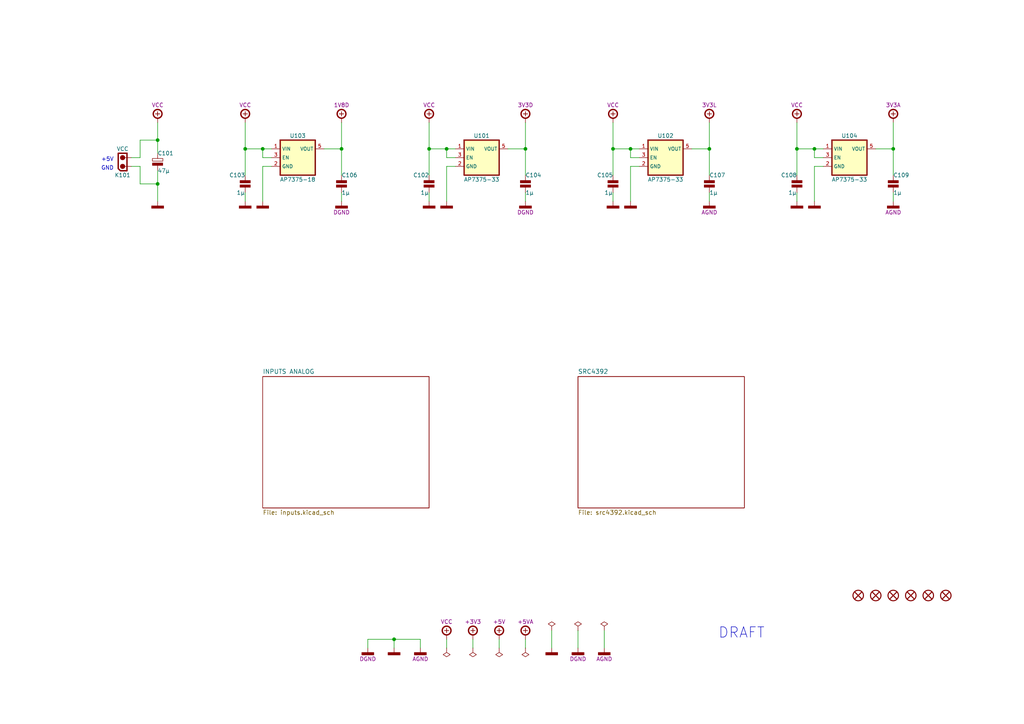
<source format=kicad_sch>
(kicad_sch (version 20230121) (generator eeschema)
  (paper "A4")
  (title_block (title "ROOT") (date "01/2023") (rev "A") (comment 1 "SRC4392"))
  (lib_symbols
    (symbol "tronixio:CAPACITOR-1206-1U-10P-X7R" (pin_numbers hide) (pin_names (offset 0) hide)
      (property "Reference" "C" (at 1 2.54 0))
      (property "Value" "CAPACITOR-1206-1U-10P-X7R" (at 1 -2.54 0))
      (symbol "CAPACITOR-1206-1U-10P-X7R_0_1"
        (rectangle (start -1.524 -0.254) (end 1.524 -1.016) (stroke (width 0.001)) (fill (type outline)))
        (rectangle (start -1.524 1.016) (end 1.524 0.254) (stroke (width 0.001)) (fill (type outline)))
      )
      (symbol "CAPACITOR-1206-1U-10P-X7R_1_1"
        (pin passive line (at 0 2.54 270) (length 1.905) (name "~") (number "1"))
        (pin passive line (at 0 -2.54 90) (length 1.905) (name "~") (number "2"))
      )
    )
    (symbol "tronixio:DIODES-AP7375-18-SOT25" (pin_names (offset 0.5))
      (property "Reference" "U" (at 7.62 3.81 0))
      (property "Value" "DIODES-AP7375-18-SOT25" (at 7.62 -8.89 0))
      (symbol "DIODES-AP7375-18-SOT25_0_1"
        (rectangle (start 2.54 2.54) (end 12.7 -7.62) (stroke (width 0.4)) (fill (type background)))
      )
      (symbol "DIODES-AP7375-18-SOT25_1_1"
        (pin power_in line (at 0 0 0) (length 2.54) (name "VIN") (number "1"))
        (pin power_in line (at 0 -5.08 0) (length 2.54) (name "GND") (number "2"))
        (pin input line (at 0 -2.54 0) (length 2.54) (name "EN") (number "3"))
        (pin no_connect line (at 15.24 -5.08 180) (length 2.54) hide (name "NC") (number "4"))
        (pin power_out line (at 15.24 0 180) (length 2.54) (name "VOUT") (number "5"))
      )
    )
    (symbol "tronixio:DIODES-AP7375-33-SOT25" (pin_names (offset 0.5))
      (property "Reference" "U" (at 7.62 3.81 0))
      (property "Value" "DIODES-AP7375-33-SOT25" (at 7.62 -8.89 0))
      (symbol "DIODES-AP7375-33-SOT25_0_1"
        (rectangle (start 2.54 2.54) (end 12.7 -7.62) (stroke (width 0.4)) (fill (type background)))
      )
      (symbol "DIODES-AP7375-33-SOT25_1_1"
        (pin power_in line (at 0 0 0) (length 2.54) (name "VIN") (number "1"))
        (pin power_in line (at 0 -5.08 0) (length 2.54) (name "GND") (number "2"))
        (pin input line (at 0 -2.54 0) (length 2.54) (name "EN") (number "3"))
        (pin no_connect line (at 15.24 -5.08 180) (length 2.54) hide (name "NC") (number "4"))
        (pin power_out line (at 15.24 0 180) (length 2.54) (name "VOUT") (number "5"))
      )
    )
    (symbol "tronixio:MOLEX-MIGHTY-SPOX-02-VERTICAL" (pin_numbers hide) (pin_names (offset 0) hide)
      (property "Reference" "K" (at 0 2.54 0))
      (property "Value" "MOLEX-MIGHTY-SPOX-02-VERTICAL" (at 0 -5.08 0))
      (symbol "MOLEX-MIGHTY-SPOX-02-VERTICAL_0_1"
        (circle (center 0 -2.54) (radius 0.635) (stroke (width 0.2)) (fill (type outline)))
        (polyline (pts (xy -1.27 -3.81) (xy 1.27 -3.81) (xy 1.27 0.635) (xy 0.635 1.27) (xy -1.27 1.27) (xy -1.27 -3.81)) (stroke (width 0.4)))
        (circle (center 0 0) (radius 0.635) (stroke (width 0.2)) (fill (type outline)))
      )
      (symbol "MOLEX-MIGHTY-SPOX-02-VERTICAL_1_1"
        (pin passive line (at -2.54 0 0) (length 1.905) (name "1") (number "1"))
        (pin passive line (at -2.54 -2.54 0) (length 1.905) (name "2") (number "2"))
      )
    )
    (symbol "tronixio:MOUNTING-HOLE-3MM-MASK" (pin_numbers hide) (pin_names (offset 0) hide)
      (symbol "MOUNTING-HOLE-3MM-MASK_0_1"
        (polyline (pts (xy -1.016 -1.016) (xy 1.016 1.016)) (stroke (width 0.3)))
        (polyline (pts (xy 1.016 -1.016) (xy -1.016 1.016)) (stroke (width 0.3)))
        (circle (center 0 0) (radius 1.524) (stroke (width 0.3)))
      )
    )
    (symbol "tronixio:POWER-+1V8D" (power) (pin_numbers hide) (pin_names (offset 0) hide)
      (property "Name" "1V8D" (at 0 5.08 0))
      (symbol "POWER-+1V8D_0_1"
        (polyline (pts (xy -0.635 2.54) (xy 0.635 2.54)) (stroke (width 0.2)))
        (polyline (pts (xy 0 1.905) (xy 0 3.175)) (stroke (width 0.2)))
        (circle (center 0 2.54) (radius 1.27) (stroke (width 0.4)))
      )
      (symbol "POWER-+1V8D_1_1"
        (pin power_in line (at 0 0 90) (length 1.27) (name "+1V8D") (number "1"))
      )
    )
    (symbol "tronixio:POWER-+3V3" (power) (pin_numbers hide) (pin_names (offset 0) hide)
      (property "Name" "+3V3" (at 0 5.08 0))
      (symbol "POWER-+3V3_0_1"
        (polyline (pts (xy -0.635 2.54) (xy 0.635 2.54)) (stroke (width 0.2)))
        (polyline (pts (xy 0 1.905) (xy 0 3.175)) (stroke (width 0.2)))
        (circle (center 0 2.54) (radius 1.27) (stroke (width 0.4)))
      )
      (symbol "POWER-+3V3_1_1"
        (pin power_in line (at 0 0 90) (length 1.27) (name "+3V3") (number "1"))
      )
    )
    (symbol "tronixio:POWER-+3V3A" (power) (pin_numbers hide) (pin_names (offset 0) hide)
      (property "Name" "3V3A" (at 0 5.08 0))
      (symbol "POWER-+3V3A_0_1"
        (polyline (pts (xy -0.635 2.54) (xy 0.635 2.54)) (stroke (width 0.2)))
        (polyline (pts (xy 0 1.905) (xy 0 3.175)) (stroke (width 0.2)))
        (circle (center 0 2.54) (radius 1.27) (stroke (width 0.4)))
      )
      (symbol "POWER-+3V3A_1_1"
        (pin power_in line (at 0 0 90) (length 1.27) (name "+3V3A") (number "1"))
      )
    )
    (symbol "tronixio:POWER-+3V3D" (power) (pin_numbers hide) (pin_names (offset 0) hide)
      (property "Name" "3V3D" (at 0 5.08 0))
      (symbol "POWER-+3V3D_0_1"
        (polyline (pts (xy -0.635 2.54) (xy 0.635 2.54)) (stroke (width 0.2)))
        (polyline (pts (xy 0 1.905) (xy 0 3.175)) (stroke (width 0.2)))
        (circle (center 0 2.54) (radius 1.27) (stroke (width 0.4)))
      )
      (symbol "POWER-+3V3D_1_1"
        (pin power_in line (at 0 0 90) (length 1.27) (name "+3V3D") (number "1"))
      )
    )
    (symbol "tronixio:POWER-+3V3L" (power) (pin_numbers hide) (pin_names (offset 0) hide)
      (property "Name" "3V3L" (at 0 5.08 0))
      (symbol "POWER-+3V3L_0_1"
        (polyline (pts (xy -0.635 2.54) (xy 0.635 2.54)) (stroke (width 0.2)))
        (polyline (pts (xy 0 1.905) (xy 0 3.175)) (stroke (width 0.2)))
        (circle (center 0 2.54) (radius 1.27) (stroke (width 0.4)))
      )
      (symbol "POWER-+3V3L_1_1"
        (pin power_in line (at 0 0 90) (length 1.27) (name "+3V3L") (number "1"))
      )
    )
    (symbol "tronixio:POWER-+5V" (power) (pin_numbers hide) (pin_names (offset 0) hide)
      (property "Name" "+5V" (at 0 5.08 0))
      (symbol "POWER-+5V_0_1"
        (polyline (pts (xy -0.635 2.54) (xy 0.635 2.54)) (stroke (width 0.2)))
        (polyline (pts (xy 0 1.905) (xy 0 3.175)) (stroke (width 0.2)))
        (circle (center 0 2.54) (radius 1.27) (stroke (width 0.4)))
      )
      (symbol "POWER-+5V_1_1"
        (pin power_in line (at 0 0 90) (length 1.27) (name "+5V") (number "1"))
      )
    )
    (symbol "tronixio:POWER-+5VA" (power) (pin_numbers hide) (pin_names (offset 0) hide)
      (property "Name" "+5VA" (at 0 5.08 0))
      (symbol "POWER-+5VA_0_1"
        (polyline (pts (xy -0.635 2.54) (xy 0.635 2.54)) (stroke (width 0.2)))
        (polyline (pts (xy 0 1.905) (xy 0 3.175)) (stroke (width 0.2)))
        (circle (center 0 2.54) (radius 1.27) (stroke (width 0.4)))
      )
      (symbol "POWER-+5VA_1_1"
        (pin power_in line (at 0 0 90) (length 1.27) (name "+5VA") (number "1"))
      )
    )
    (symbol "tronixio:POWER-AGND" (power) (pin_numbers hide) (pin_names (offset 0) hide)
      (property "Name" "AGND" (at 0 -3.175 0))
      (symbol "POWER-AGND_0_1"
        (rectangle (start -1.778 -2.032) (end 1.778 -1.27) (stroke (width 0.001)) (fill (type outline)))
      )
      (symbol "POWER-AGND_1_1"
        (pin power_in line (at 0 0 270) (length 1.27) (name "AGND") (number "1"))
      )
    )
    (symbol "tronixio:POWER-DGND" (power) (pin_numbers hide) (pin_names (offset 0) hide)
      (property "Name" "DGND" (at 0 -3.175 0))
      (symbol "POWER-DGND_0_1"
        (rectangle (start -1.778 -2.032) (end 1.778 -1.27) (stroke (width 0.001)) (fill (type outline)))
      )
      (symbol "POWER-DGND_1_1"
        (pin power_in line (at 0 0 270) (length 1.27) (name "DGND") (number "1"))
      )
    )
    (symbol "tronixio:POWER-FLAG" (power) (pin_numbers hide) (pin_names (offset 0) hide)
      (symbol "POWER-FLAG_0_0"
        (pin power_out line (at 0 0 90) (length 0) (name "pwr") (number "1"))
      )
      (symbol "POWER-FLAG_0_1"
        (polyline (pts (xy 0 0) (xy 0 1.27) (xy -1.016 1.905) (xy 0 2.54) (xy 1.016 1.905) (xy 0 1.27)))
      )
    )
    (symbol "tronixio:POWER-GND" (power) (pin_numbers hide) (pin_names (offset 0) hide)
      (symbol "POWER-GND_0_1"
        (rectangle (start -1.778 -2.032) (end 1.778 -1.27) (stroke (width 0.001)) (fill (type outline)))
      )
      (symbol "POWER-GND_1_1"
        (pin power_in line (at 0 0 270) (length 1.27) (name "GND") (number "1"))
      )
    )
    (symbol "tronixio:POWER-VCC" (power) (pin_numbers hide) (pin_names (offset 0) hide)
      (property "Name" "VCC" (at 0 5.08 0))
      (symbol "POWER-VCC_0_1"
        (polyline (pts (xy -0.635 2.54) (xy 0.635 2.54)) (stroke (width 0.2)))
        (polyline (pts (xy 0 1.905) (xy 0 3.175)) (stroke (width 0.2)))
        (circle (center 0 2.54) (radius 1.27) (stroke (width 0.4)))
      )
      (symbol "POWER-VCC_1_1"
        (pin power_in line (at 0 0 90) (length 1.27) (name "VCC") (number "1"))
      )
    )
    (symbol "tronixio:WURTH-WCAP-AT1H-47U-35V" (pin_numbers hide) (pin_names (offset 0) hide)
      (property "Reference" "C" (at 1.27 2.54 0))
      (property "Value" "WURTH-WCAP-AT1H-47U-35V" (at 1.27 -2.54 0))
      (symbol "WURTH-WCAP-AT1H-47U-35V_0_1"
        (rectangle (start -1.524 -0.254) (end 1.524 -1.016) (stroke (width 0.001)) (fill (type outline)))
        (rectangle (start -1.524 1.016) (end 1.524 0.254) (stroke (width 0.1524)))
      )
      (symbol "WURTH-WCAP-AT1H-47U-35V_1_1"
        (pin passive line (at 0 2.54 270) (length 1.5) (name "~") (number "1"))
        (pin passive line (at 0 -2.54 90) (length 1.905) (name "~") (number "2"))
      )
    )
  )
  (junction (at 71.12 43.18))
  (junction (at 182.88 43.18))
  (junction (at 114.3 185.42))
  (junction (at 259.08 43.18))
  (junction (at 99.06 43.18))
  (junction (at 76.2 43.18))
  (junction (at 129.54 43.18))
  (junction (at 45.72 40.64))
  (junction (at 124.46 43.18))
  (junction (at 45.72 53.34))
  (junction (at 231.14 43.18))
  (junction (at 236.22 43.18))
  (junction (at 205.74 43.18))
  (junction (at 177.8 43.18))
  (junction (at 152.4 43.18))
  (wire (pts (xy 254 43.18) (xy 259.08 43.18)))
  (wire (pts (xy 182.88 43.18) (xy 182.88 45.72)))
  (wire (pts (xy 71.12 35.56) (xy 71.12 43.18)))
  (wire (pts (xy 38.1 48.26) (xy 40.64 48.26)))
  (wire (pts (xy 236.22 43.18) (xy 238.76 43.18)))
  (wire (pts (xy 177.8 55.88) (xy 177.8 58.42)))
  (wire (pts (xy 124.46 43.18) (xy 124.46 50.8)))
  (wire (pts (xy 106.68 185.42) (xy 114.3 185.42)))
  (wire (pts (xy 45.72 53.34) (xy 45.72 49.53)))
  (wire (pts (xy 147.32 43.18) (xy 152.4 43.18)))
  (wire (pts (xy 231.14 43.18) (xy 236.22 43.18)))
  (wire (pts (xy 205.74 43.18) (xy 205.74 50.8)))
  (wire (pts (xy 40.64 40.64) (xy 40.64 45.72)))
  (wire (pts (xy 231.14 35.56) (xy 231.14 43.18)))
  (wire (pts (xy 238.76 45.72) (xy 236.22 45.72)))
  (wire (pts (xy 106.68 185.42) (xy 106.68 187.96)))
  (wire (pts (xy 99.06 58.42) (xy 99.06 55.88)))
  (wire (pts (xy 99.06 35.56) (xy 99.06 43.18)))
  (wire (pts (xy 121.92 185.42) (xy 121.92 187.96)))
  (wire (pts (xy 177.8 35.56) (xy 177.8 43.18)))
  (wire (pts (xy 182.88 43.18) (xy 185.42 43.18)))
  (wire (pts (xy 185.42 48.26) (xy 182.88 48.26)))
  (wire (pts (xy 93.98 43.18) (xy 99.06 43.18)))
  (wire (pts (xy 124.46 35.56) (xy 124.46 43.18)))
  (wire (pts (xy 152.4 58.42) (xy 152.4 55.88)))
  (wire (pts (xy 40.64 40.64) (xy 45.72 40.64)))
  (wire (pts (xy 45.72 40.64) (xy 45.72 44.45)))
  (wire (pts (xy 231.14 55.88) (xy 231.14 58.42)))
  (wire (pts (xy 71.12 55.88) (xy 71.12 58.42)))
  (wire (pts (xy 45.72 58.42) (xy 45.72 53.34)))
  (wire (pts (xy 132.08 48.26) (xy 129.54 48.26)))
  (wire (pts (xy 160.02 182.88) (xy 160.02 187.96)))
  (wire (pts (xy 40.64 48.26) (xy 40.64 53.34)))
  (wire (pts (xy 114.3 185.42) (xy 114.3 187.96)))
  (wire (pts (xy 76.2 43.18) (xy 76.2 45.72)))
  (wire (pts (xy 152.4 43.18) (xy 152.4 50.8)))
  (wire (pts (xy 78.74 45.72) (xy 76.2 45.72)))
  (wire (pts (xy 144.78 185.42) (xy 144.78 187.96)))
  (wire (pts (xy 259.08 58.42) (xy 259.08 55.88)))
  (wire (pts (xy 129.54 43.18) (xy 129.54 45.72)))
  (wire (pts (xy 124.46 55.88) (xy 124.46 58.42)))
  (wire (pts (xy 182.88 48.26) (xy 182.88 58.42)))
  (wire (pts (xy 231.14 43.18) (xy 231.14 50.8)))
  (wire (pts (xy 238.76 48.26) (xy 236.22 48.26)))
  (wire (pts (xy 205.74 58.42) (xy 205.74 55.88)))
  (wire (pts (xy 205.74 35.56) (xy 205.74 43.18)))
  (wire (pts (xy 71.12 43.18) (xy 71.12 50.8)))
  (wire (pts (xy 152.4 185.42) (xy 152.4 187.96)))
  (wire (pts (xy 185.42 45.72) (xy 182.88 45.72)))
  (wire (pts (xy 71.12 43.18) (xy 76.2 43.18)))
  (wire (pts (xy 129.54 48.26) (xy 129.54 58.42)))
  (wire (pts (xy 132.08 45.72) (xy 129.54 45.72)))
  (wire (pts (xy 129.54 187.96) (xy 129.54 185.42)))
  (wire (pts (xy 152.4 35.56) (xy 152.4 43.18)))
  (wire (pts (xy 200.66 43.18) (xy 205.74 43.18)))
  (wire (pts (xy 114.3 185.42) (xy 121.92 185.42)))
  (wire (pts (xy 259.08 43.18) (xy 259.08 50.8)))
  (wire (pts (xy 76.2 48.26) (xy 76.2 58.42)))
  (wire (pts (xy 259.08 35.56) (xy 259.08 43.18)))
  (wire (pts (xy 38.1 45.72) (xy 40.64 45.72)))
  (wire (pts (xy 236.22 43.18) (xy 236.22 45.72)))
  (wire (pts (xy 76.2 43.18) (xy 78.74 43.18)))
  (wire (pts (xy 175.26 182.88) (xy 175.26 187.96)))
  (wire (pts (xy 177.8 43.18) (xy 182.88 43.18)))
  (wire (pts (xy 137.16 185.42) (xy 137.16 187.96)))
  (wire (pts (xy 45.72 35.56) (xy 45.72 40.64)))
  (wire (pts (xy 167.64 182.88) (xy 167.64 187.96)))
  (wire (pts (xy 78.74 48.26) (xy 76.2 48.26)))
  (wire (pts (xy 40.64 53.34) (xy 45.72 53.34)))
  (wire (pts (xy 129.54 43.18) (xy 132.08 43.18)))
  (wire (pts (xy 124.46 43.18) (xy 129.54 43.18)))
  (wire (pts (xy 177.8 43.18) (xy 177.8 50.8)))
  (wire (pts (xy 99.06 43.18) (xy 99.06 50.8)))
  (wire (pts (xy 236.22 48.26) (xy 236.22 58.42)))
  (text "GND" (at 33.02 49.53 0) (effects (font (size 1.15 1.15)) (justify right bottom)))
  (text "DRAFT" (at 208.28 185.42 0) (effects (font (size 3 3)) (justify left bottom)))
  (text "+5V" (at 33.02 46.99 0) (effects (font (size 1.15 1.15)) (justify right bottom)))
  (symbol (lib_id "tronixio:POWER-GND") (at 129.54 58.42 0) (unit 1)
    (property "Reference" "#PWR0108" (effects hide))
    (property "Value" "POWER-GND" (effects hide))
  )
  (symbol (lib_id "tronixio:DIODES-AP7375-33-SOT25") (at 185.42 43.18 0) (unit 1)
    (property "Reference" "U102" (at 193.04 39.37 0) (effects (font (size 1.15 1.15))))
    (property "Value" "AP7375-33" (at 193.04 52.07 0) (effects (font (size 1.15 1.15))))
    (property "Footprint" "tronixio:SOT25" (effects hide))
    (property "Datasheet" "https://www.diodes.com/assets/Datasheets/AP7375.pdf" (effects hide))
    (property "Mouser" "621-AP7375-33W5-7" (effects hide))
  )
  (symbol (lib_id "tronixio:POWER-+3V3D") (at 152.4 35.56 0) (unit 1)
    (property "Reference" "#PWR0115" (effects hide))
    (property "Value" "POWER-+3V3D" (effects hide))
    (property "Name" "3V3D" (at 152.4 30.48 0) (effects (font (size 1.15 1.15))))
  )
  (symbol (lib_id "tronixio:POWER-+5V") (at 144.78 185.42 0) (unit 1)
    (property "Reference" "#PWR0114" (effects hide))
    (property "Value" "POWER-+5V" (effects hide))
    (property "Name" "+5V" (at 144.78 180.34 0) (effects (font (size 1.15 1.15))))
  )
  (symbol (lib_id "tronixio:POWER-DGND") (at 99.06 58.42 0) (unit 1)
    (property "Reference" "#PWR0120" (effects hide))
    (property "Value" "POWER-DGND" (effects hide))
    (property "Name" "DGND" (at 99.06 61.595 0) (effects (font (size 1.15 1.15))))
  )
  (symbol (lib_id "tronixio:POWER-VCC") (at 124.46 35.56 0) (unit 1)
    (property "Reference" "#PWR0105" (effects hide))
    (property "Value" "POWER-VCC" (effects hide))
    (property "Name" "VCC" (at 124.46 30.48 0) (effects (font (size 1.15 1.15))))
  )
  (symbol (lib_id "tronixio:POWER-GND") (at 114.3 187.96 0) (unit 1)
    (property "Reference" "#PWR0104" (effects hide))
    (property "Value" "POWER-GND" (effects hide))
  )
  (symbol (lib_id "tronixio:POWER-AGND") (at 205.74 58.42 0) (unit 1)
    (property "Reference" "#PWR0129" (effects hide))
    (property "Value" "POWER-AGND" (effects hide))
    (property "Name" "AGND" (at 205.74 61.595 0) (effects (font (size 1.15 1.15))))
  )
  (symbol (lib_id "tronixio:POWER-GND") (at 236.22 58.42 0) (unit 1)
    (property "Reference" "#PWR0130" (effects hide))
    (property "Value" "POWER-GND" (effects hide))
  )
  (symbol (lib_id "tronixio:MOUNTING-HOLE-3MM-MASK") (at 254 172.72 0) (unit 1)
    (property "Reference" "H102" (effects hide))
    (property "Value" "MOUNTING-HOLE-3MM-MASK" (effects hide))
    (property "Footprint" "tronixio:MOUNTING-HOLE-3MM-MASK" (effects hide))
  )
  (symbol (lib_id "tronixio:WURTH-WCAP-AT1H-47U-35V") (at 45.72 46.99 0) (unit 1)
    (property "Reference" "C101" (at 45.72 44.45 0) (effects (font (size 1.15 1.15)) (justify left)))
    (property "Value" "47µ" (at 45.72 49.53 0) (effects (font (size 1.15 1.15)) (justify left)))
    (property "Footprint" "tronixio:CAPACITOR-ELECTROLYTIC-RADIAL-080-115-035-WURTH" (effects hide))
    (property "Datasheet" "https://www.we-online.com/catalog/datasheet/860240574004.pdf" (effects hide))
    (property "Tolerance" "20%" (effects hide))
    (property "Mouser" "710-860240574004" (effects hide))
    (property "Voltage" "35V" (effects hide))
    (property "Life" "5000H" (effects hide))
  )
  (symbol (lib_id "tronixio:POWER-GND") (at 71.12 58.42 0) (unit 1)
    (property "Reference" "#PWR0111" (effects hide))
    (property "Value" "POWER-GND" (effects hide))
  )
  (symbol (lib_id "tronixio:POWER-FLAG") (at 129.54 187.96 180) (unit 1)
    (property "Reference" "#FLG0101" (effects hide))
    (property "Value" "POWER-FLAG" (effects hide))
  )
  (symbol (lib_id "tronixio:POWER-VCC") (at 129.54 185.42 0) (unit 1)
    (property "Reference" "#PWR0109" (effects hide))
    (property "Value" "POWER-VCC" (effects hide))
    (property "Name" "VCC" (at 129.54 180.34 0) (effects (font (size 1.15 1.15))))
  )
  (symbol (lib_id "tronixio:POWER-VCC") (at 231.14 35.56 0) (unit 1)
    (property "Reference" "#PWR0126" (effects hide))
    (property "Value" "POWER-VCC" (effects hide))
    (property "Name" "VCC" (at 231.14 30.48 0) (effects (font (size 1.15 1.15))))
  )
  (symbol (lib_id "tronixio:POWER-+3V3L") (at 205.74 35.56 0) (unit 1)
    (property "Reference" "#PWR0133" (effects hide))
    (property "Value" "POWER-+3V3L" (effects hide))
    (property "Name" "3V3L" (at 205.74 30.48 0) (effects (font (size 1.15 1.15))))
  )
  (symbol (lib_id "tronixio:MOLEX-MIGHTY-SPOX-02-VERTICAL") (at 35.56 48.26 180) (unit 1)
    (property "Reference" "K101" (at 35.56 50.8 0) (effects (font (size 1.15 1.15))))
    (property "Value" "VCC" (at 35.56 43.18 0) (effects (font (size 1.15 1.15))))
    (property "Footprint" "tronixio:MOLEX-532580229" (effects hide))
    (property "Datasheet" "https://www.molex.com/pdm_docs/sd/532580229_sd.pdf" (effects hide))
    (property "Mouser" "538-53258-0229" (effects hide))
    (property "Name" "MOLEX-MIGHTY-SPOX-02-VERTICAL" (effects hide))
  )
  (symbol (lib_id "tronixio:POWER-DGND") (at 167.64 187.96 0) (unit 1)
    (property "Reference" "#PWR0121" (effects hide))
    (property "Value" "POWER-DGND" (effects hide))
    (property "Name" "DGND" (at 167.64 191.135 0) (effects (font (size 1.15 1.15))))
  )
  (symbol (lib_id "tronixio:CAPACITOR-1206-1U-10P-X7R") (at 124.46 53.34 0) (unit 1)
    (property "Reference" "C102" (at 124.46 50.8 0) (effects (font (size 1.15 1.15)) (justify right)))
    (property "Value" "1µ" (at 124.46 55.88 0) (effects (font (size 1.15 1.15)) (justify right)))
    (property "Footprint" "tronixio:CAPACITOR-SMD-1206" (effects hide))
    (property "Voltage" "50V" (effects hide))
    (property "Tolerance" "10%" (effects hide))
    (property "Mouser" "80-C1206C105K5R" (effects hide))
  )
  (symbol (lib_id "tronixio:DIODES-AP7375-18-SOT25") (at 78.74 43.18 0) (unit 1)
    (property "Reference" "U103" (at 86.36 39.37 0) (effects (font (size 1.15 1.15))))
    (property "Value" "AP7375-18" (at 86.36 52.07 0) (effects (font (size 1.15 1.15))))
    (property "Footprint" "tronixio:SOT25" (effects hide))
    (property "Datasheet" "https://www.diodes.com/assets/Datasheets/AP7375.pdf" (effects hide))
    (property "Mouser" "621-AP7375-18W5-7" (effects hide))
  )
  (symbol (lib_id "tronixio:POWER-AGND") (at 259.08 58.42 0) (unit 1)
    (property "Reference" "#PWR0132" (effects hide))
    (property "Value" "POWER-AGND" (effects hide))
    (property "Name" "AGND" (at 259.08 61.595 0) (effects (font (size 1.15 1.15))))
  )
  (symbol (lib_id "tronixio:POWER-FLAG") (at 175.26 182.88 0) (unit 1)
    (property "Reference" "#FLG0107" (effects hide))
    (property "Value" "POWER-FLAG" (effects hide))
  )
  (symbol (lib_id "tronixio:CAPACITOR-1206-1U-10P-X7R") (at 99.06 53.34 0) (unit 1)
    (property "Reference" "C106" (at 99.06 50.8 0) (effects (font (size 1.15 1.15)) (justify left)))
    (property "Value" "1µ" (at 99.06 55.88 0) (effects (font (size 1.15 1.15)) (justify left)))
    (property "Footprint" "tronixio:CAPACITOR-SMD-1206" (effects hide))
    (property "Voltage" "50V" (effects hide))
    (property "Tolerance" "10%" (effects hide))
    (property "Mouser" "80-C1206C105K5R" (effects hide))
  )
  (symbol (lib_id "tronixio:POWER-AGND") (at 121.92 187.96 0) (unit 1)
    (property "Reference" "#PWR0107" (effects hide))
    (property "Value" "POWER-AGND" (effects hide))
    (property "Name" "AGND" (at 121.92 191.135 0) (effects (font (size 1.15 1.15))))
  )
  (symbol (lib_id "tronixio:POWER-FLAG") (at 152.4 187.96 180) (unit 1)
    (property "Reference" "#FLG0104" (effects hide))
    (property "Value" "POWER-FLAG" (effects hide))
  )
  (symbol (lib_id "tronixio:POWER-GND") (at 124.46 58.42 0) (unit 1)
    (property "Reference" "#PWR0106" (effects hide))
    (property "Value" "POWER-GND" (effects hide))
  )
  (symbol (lib_id "tronixio:POWER-+1V8D") (at 99.06 35.56 0) (unit 1)
    (property "Reference" "#PWR0119" (effects hide))
    (property "Value" "POWER-+1V8" (effects hide))
    (property "Name" "1V8D" (at 99.06 30.48 0) (effects (font (size 1.15 1.15))))
  )
  (symbol (lib_id "tronixio:POWER-DGND") (at 152.4 58.42 0) (unit 1)
    (property "Reference" "#PWR0116" (effects hide))
    (property "Value" "POWER-DGND" (effects hide))
    (property "Name" "DGND" (at 152.4 61.595 0) (effects (font (size 1.15 1.15))))
  )
  (symbol (lib_id "tronixio:DIODES-AP7375-33-SOT25") (at 132.08 43.18 0) (unit 1)
    (property "Reference" "U101" (at 139.7 39.37 0) (effects (font (size 1.15 1.15))))
    (property "Value" "AP7375-33" (at 139.7 52.07 0) (effects (font (size 1.15 1.15))))
    (property "Footprint" "tronixio:SOT25" (effects hide))
    (property "Datasheet" "https://www.diodes.com/assets/Datasheets/AP7375.pdf" (effects hide))
    (property "Mouser" "621-AP7375-33W5-7" (effects hide))
  )
  (symbol (lib_id "tronixio:POWER-GND") (at 160.02 187.96 0) (unit 1)
    (property "Reference" "#PWR0118" (effects hide))
    (property "Value" "POWER-GND" (effects hide))
  )
  (symbol (lib_id "tronixio:CAPACITOR-1206-1U-10P-X7R") (at 177.8 53.34 0) (unit 1)
    (property "Reference" "C105" (at 177.8 50.8 0) (effects (font (size 1.15 1.15)) (justify right)))
    (property "Value" "1µ" (at 177.8 55.88 0) (effects (font (size 1.15 1.15)) (justify right)))
    (property "Footprint" "tronixio:CAPACITOR-SMD-1206" (effects hide))
    (property "Voltage" "50V" (effects hide))
    (property "Tolerance" "10%" (effects hide))
    (property "Mouser" "80-C1206C105K5R" (effects hide))
  )
  (symbol (lib_id "tronixio:POWER-FLAG") (at 160.02 182.88 0) (unit 1)
    (property "Reference" "#FLG0105" (effects hide))
    (property "Value" "POWER-FLAG" (effects hide))
  )
  (symbol (lib_id "tronixio:MOUNTING-HOLE-3MM-MASK") (at 274.32 172.72 0) (unit 1)
    (property "Reference" "H106" (effects hide))
    (property "Value" "MOUNTING-HOLE-3MM-MASK" (effects hide))
    (property "Footprint" "tronixio:MOUNTING-HOLE-3MM-MASK" (effects hide))
  )
  (symbol (lib_id "tronixio:CAPACITOR-1206-1U-10P-X7R") (at 152.4 53.34 0) (unit 1)
    (property "Reference" "C104" (at 152.4 50.8 0) (effects (font (size 1.15 1.15)) (justify left)))
    (property "Value" "1µ" (at 152.4 55.88 0) (effects (font (size 1.15 1.15)) (justify left)))
    (property "Footprint" "tronixio:CAPACITOR-SMD-1206" (effects hide))
    (property "Voltage" "50V" (effects hide))
    (property "Tolerance" "10%" (effects hide))
    (property "Mouser" "80-C1206C105K5R" (effects hide))
  )
  (symbol (lib_id "tronixio:MOUNTING-HOLE-3MM-MASK") (at 248.92 172.72 0) (unit 1)
    (property "Reference" "H101" (effects hide))
    (property "Value" "MOUNTING-HOLE-3MM-MASK" (effects hide))
    (property "Footprint" "tronixio:MOUNTING-HOLE-3MM-MASK" (effects hide))
  )
  (symbol (lib_id "tronixio:POWER-VCC") (at 177.8 35.56 0) (unit 1)
    (property "Reference" "#PWR0122" (effects hide))
    (property "Value" "POWER-VCC" (effects hide))
    (property "Name" "VCC" (at 177.8 30.48 0) (effects (font (size 1.15 1.15))))
  )
  (symbol (lib_id "tronixio:POWER-VCC") (at 71.12 35.56 0) (unit 1)
    (property "Reference" "#PWR0110" (effects hide))
    (property "Value" "POWER-VCC" (effects hide))
    (property "Name" "VCC" (at 71.12 30.48 0) (effects (font (size 1.15 1.15))))
  )
  (symbol (lib_id "tronixio:MOUNTING-HOLE-3MM-MASK") (at 259.08 172.72 0) (unit 1)
    (property "Reference" "H103" (effects hide))
    (property "Value" "MOUNTING-HOLE-3MM-MASK" (effects hide))
    (property "Footprint" "tronixio:MOUNTING-HOLE-3MM-MASK" (effects hide))
  )
  (symbol (lib_id "tronixio:POWER-GND") (at 231.14 58.42 0) (unit 1)
    (property "Reference" "#PWR0127" (effects hide))
    (property "Value" "POWER-GND" (effects hide))
  )
  (symbol (lib_id "tronixio:POWER-GND") (at 45.72 58.42 0) (unit 1)
    (property "Reference" "#PWR0102" (effects hide))
    (property "Value" "POWER-GND" (effects hide))
  )
  (symbol (lib_id "tronixio:POWER-VCC") (at 45.72 35.56 0) (unit 1)
    (property "Reference" "#PWR0101" (effects hide))
    (property "Value" "POWER-VCC" (effects hide))
    (property "Name" "VCC" (at 45.72 30.48 0) (effects (font (size 1.15 1.15))))
  )
  (symbol (lib_id "tronixio:MOUNTING-HOLE-3MM-MASK") (at 264.16 172.72 0) (unit 1)
    (property "Reference" "H104" (effects hide))
    (property "Value" "MOUNTING-HOLE-3MM-MASK" (effects hide))
    (property "Footprint" "tronixio:MOUNTING-HOLE-3MM-MASK" (effects hide))
  )
  (symbol (lib_id "tronixio:CAPACITOR-1206-1U-10P-X7R") (at 71.12 53.34 0) (unit 1)
    (property "Reference" "C103" (at 71.12 50.8 0) (effects (font (size 1.15 1.15)) (justify right)))
    (property "Value" "1µ" (at 71.12 55.88 0) (effects (font (size 1.15 1.15)) (justify right)))
    (property "Footprint" "tronixio:CAPACITOR-SMD-1206" (effects hide))
    (property "Voltage" "50V" (effects hide))
    (property "Tolerance" "10%" (effects hide))
    (property "Mouser" "80-C1206C105K5R" (effects hide))
  )
  (symbol (lib_id "tronixio:POWER-+3V3A") (at 259.08 35.56 0) (unit 1)
    (property "Reference" "#PWR0131" (effects hide))
    (property "Value" "POWER-+3V3D" (effects hide))
    (property "Name" "3V3A" (at 259.08 30.48 0) (effects (font (size 1.15 1.15))))
  )
  (symbol (lib_id "tronixio:POWER-FLAG") (at 167.64 182.88 0) (unit 1)
    (property "Reference" "#FLG0106" (effects hide))
    (property "Value" "POWER-FLAG" (effects hide))
  )
  (symbol (lib_id "tronixio:CAPACITOR-1206-1U-10P-X7R") (at 205.74 53.34 0) (unit 1)
    (property "Reference" "C107" (at 205.74 50.8 0) (effects (font (size 1.15 1.15)) (justify left)))
    (property "Value" "1µ" (at 205.74 55.88 0) (effects (font (size 1.15 1.15)) (justify left)))
    (property "Footprint" "tronixio:CAPACITOR-SMD-1206" (effects hide))
    (property "Voltage" "50V" (effects hide))
    (property "Tolerance" "10%" (effects hide))
    (property "Mouser" "80-C1206C105K5R" (effects hide))
  )
  (symbol (lib_id "tronixio:DIODES-AP7375-33-SOT25") (at 238.76 43.18 0) (unit 1)
    (property "Reference" "U104" (at 246.38 39.37 0) (effects (font (size 1.15 1.15))))
    (property "Value" "AP7375-33" (at 246.38 52.07 0) (effects (font (size 1.15 1.15))))
    (property "Footprint" "tronixio:SOT25" (effects hide))
    (property "Datasheet" "https://www.diodes.com/assets/Datasheets/AP7375.pdf" (effects hide))
    (property "Mouser" "621-AP7375-33W5-7" (effects hide))
  )
  (symbol (lib_id "tronixio:MOUNTING-HOLE-3MM-MASK") (at 269.24 172.72 0) (unit 1)
    (property "Reference" "H105" (effects hide))
    (property "Value" "MOUNTING-HOLE-3MM-MASK" (effects hide))
    (property "Footprint" "tronixio:MOUNTING-HOLE-3MM-MASK" (effects hide))
  )
  (symbol (lib_id "tronixio:POWER-DGND") (at 106.68 187.96 0) (unit 1)
    (property "Reference" "#PWR0103" (effects hide))
    (property "Value" "POWER-DGND" (effects hide))
    (property "Name" "DGND" (at 106.68 191.135 0) (effects (font (size 1.15 1.15))))
  )
  (symbol (lib_id "tronixio:POWER-GND") (at 76.2 58.42 0) (unit 1)
    (property "Reference" "#PWR0113" (effects hide))
    (property "Value" "POWER-GND" (effects hide))
  )
  (symbol (lib_id "tronixio:CAPACITOR-1206-1U-10P-X7R") (at 259.08 53.34 0) (unit 1)
    (property "Reference" "C109" (at 259.08 50.8 0) (effects (font (size 1.15 1.15)) (justify left)))
    (property "Value" "1µ" (at 259.08 55.88 0) (effects (font (size 1.15 1.15)) (justify left)))
    (property "Footprint" "tronixio:CAPACITOR-SMD-1206" (effects hide))
    (property "Voltage" "50V" (effects hide))
    (property "Tolerance" "10%" (effects hide))
    (property "Mouser" "80-C1206C105K5R" (effects hide))
  )
  (symbol (lib_id "tronixio:POWER-GND") (at 182.88 58.42 0) (unit 1)
    (property "Reference" "#PWR0125" (effects hide))
    (property "Value" "POWER-GND" (effects hide))
  )
  (symbol (lib_id "tronixio:POWER-FLAG") (at 144.78 187.96 180) (unit 1)
    (property "Reference" "#FLG0103" (effects hide))
    (property "Value" "POWER-FLAG" (effects hide))
  )
  (symbol (lib_id "tronixio:POWER-+5VA") (at 152.4 185.42 0) (unit 1)
    (property "Reference" "#PWR0117" (effects hide))
    (property "Value" "POWER-VCC-1" (effects hide))
    (property "Name" "+5VA" (at 152.4 180.34 0) (effects (font (size 1.15 1.15))))
  )
  (symbol (lib_id "tronixio:POWER-FLAG") (at 137.16 187.96 180) (unit 1)
    (property "Reference" "#FLG0102" (effects hide))
    (property "Value" "POWER-FLAG" (effects hide))
  )
  (symbol (lib_id "tronixio:CAPACITOR-1206-1U-10P-X7R") (at 231.14 53.34 0) (unit 1)
    (property "Reference" "C108" (at 231.14 50.8 0) (effects (font (size 1.15 1.15)) (justify right)))
    (property "Value" "1µ" (at 231.14 55.88 0) (effects (font (size 1.15 1.15)) (justify right)))
    (property "Footprint" "tronixio:CAPACITOR-SMD-1206" (effects hide))
    (property "Voltage" "50V" (effects hide))
    (property "Tolerance" "10%" (effects hide))
    (property "Mouser" "80-C1206C105K5R" (effects hide))
  )
  (symbol (lib_id "tronixio:POWER-GND") (at 177.8 58.42 0) (unit 1)
    (property "Reference" "#PWR0123" (effects hide))
    (property "Value" "POWER-GND" (effects hide))
  )
  (symbol (lib_id "tronixio:POWER-+3V3") (at 137.16 185.42 0) (unit 1)
    (property "Reference" "#PWR0112" (effects hide))
    (property "Value" "POWER-+3V3" (effects hide))
    (property "Name" "+3V3" (at 137.16 180.34 0) (effects (font (size 1.15 1.15))))
  )
  (symbol (lib_id "tronixio:POWER-AGND") (at 175.26 187.96 0) (unit 1)
    (property "Reference" "#PWR0124" (effects hide))
    (property "Value" "POWER-AGND" (effects hide))
    (property "Name" "AGND" (at 175.26 191.135 0) (effects (font (size 1.15 1.15))))
  )
  (sheet (at 76.2 109.22) (size 48.26 38.1) (stroke (width 0.1524))
    (property "Sheetname" "INPUTS ANALOG" (at 76.2 108.5084 0) (effects (justify left bottom)))
    (property "Sheetfile" "inputs.kicad_sch" (at 76.2 147.9046 0) (effects (justify left top)))
  )
  (sheet (at 167.64 109.22) (size 48.26 38.1) (stroke (width 0.1524))
    (property "Sheetname" "SRC4392" (at 167.64 108.5084 0) (effects (justify left bottom)))
    (property "Sheetfile" "src4392.kicad_sch" (at 167.64 147.9046 0) (effects (justify left top)))
  )
)
</source>
